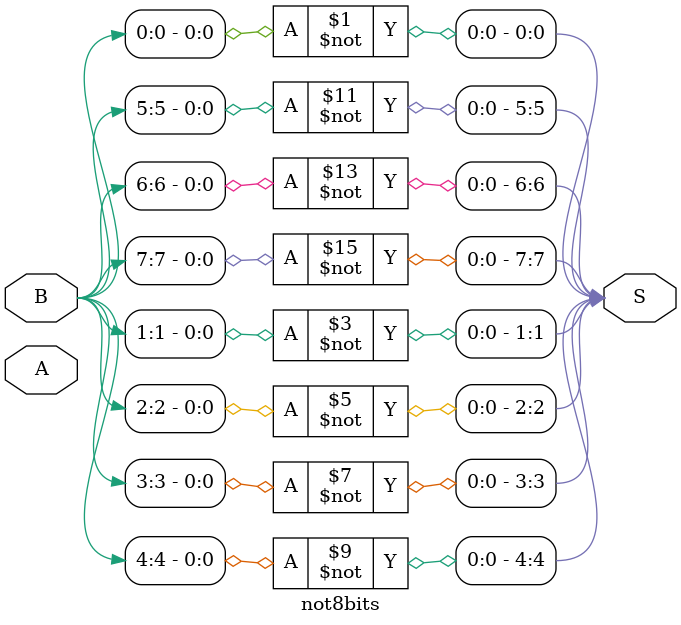
<source format=v>
module not8bits (S, A, B);

	output [7:0] S;
	input  [7:0] A;
	input  [7:0] B;

	not Not0 (S[0], A[0], B[0]);
	not Not1 (S[1], A[1], B[1]);
	not Not2 (S[2], A[2], B[2]);
	not Not3 (S[3], A[3], B[3]);
	not Not4 (S[4], A[4], B[4]);
	not Not5 (S[5], A[5], B[5]);
	not Not6 (S[6], A[6], B[6]);
	not Not7 (S[7], A[7], B[7]);

endmodule

</source>
